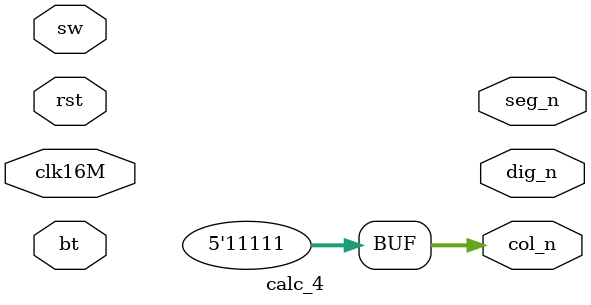
<source format=v>
`timescale 1ns / 1ps
module calc_4(
	 input rst,
	 input clk16M,
	 output [7:0] seg_n,
	 output [3:0] dig_n,
	 output [4:0] col_n,
    input [7:0] sw,//bemeneti operandusok
    input [3:0] bt//mûvelet választó
    );
localparam bits = 8;

assign col_n = 5'h1f;		//led mátrix tiltása

//operandusok
reg [3:0] a, b;
always@(posedge clk)begin 
	a <= sw[7:4];
	b <= sw[3:0];
end
//multiplexer összekötõ
wire [7:0] I[3:0];
wire [7:0] result;
//kivonás error
wire sub_err;
//osztás error
wire div_err;

add add(.a(a), .b(b), .out(I[0]));

a_sub_b #(.bits(bits)) a_sub_b(.a({4'h0,a}), .b({4'h0,b}), .out(I[1]), .sub_err(sub_err));

multiply multiply(.a(a), .b(b), .out(I[2]));

wire start;//cnt_256 div összekötõ, indítja az osztást, ha elszámolt 256-ig
CNTR #(.bits(bits)) cnt_256(.reset(rst), .enable(1),.clk(clk), .full(start));

div_N #(.bits(bits)) div(.clk(clk), .start(start), .reset(rst), .a({4'h0,a}), .b({4'h0,b}), .div(I[3]), .div_err(div_err));

MPX MPX(.I0(I[0]), .I1(I[1]), .I2(I[2]), .I3(I[3]), .s(bt), .out(result));
//error logic
assign ld = ((sub_err & bt[1])|(div_err & bt[3])) ? 8'hFF : result;



endmodule


</source>
